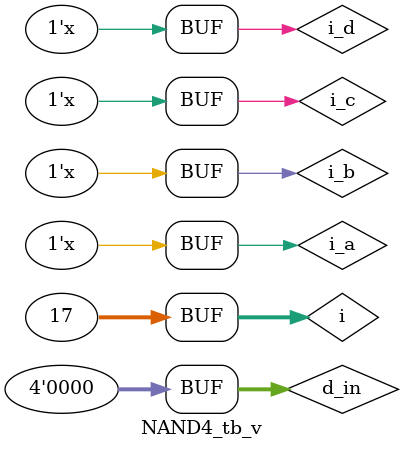
<source format=v>


`timescale 1ms/1ms

module NAND4_tb_v;
  wire o_f;
  reg i_a, i_b, i_c, i_d;
  reg [1:4] d_in = 4'b0000;
  integer i;
  
  // duv options: NAND4_v__equation
  //              NAND4_v__behavior
  //              NAND4_v__cmpnt_self
  //              NAND4_v__cmpnt_prim 
  NAND4_v__equation duv (.i_a(i_a), .i_b(i_b), .i_c(i_c), .i_d(i_d), .o_f(o_f)); // port map

  //procedure statement
  initial begin
      
      for (i = 0 ; i < 17 ; i = i + 1) begin
        #1000 i_a = d_in[1]; i_b = d_in[2]; i_c = d_in[3]; i_d = d_in[4];
        d_in = d_in + 1;
      end
    
    end

endmodule

</source>
